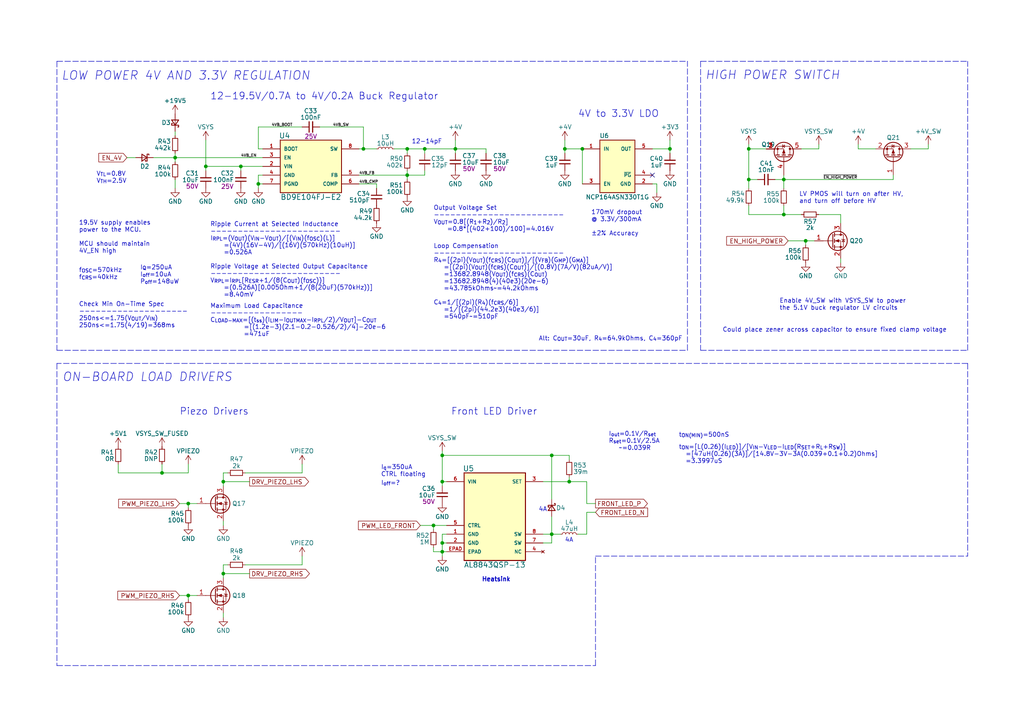
<source format=kicad_sch>
(kicad_sch (version 20211123) (generator eeschema)
  (paper "A4")
  (title_block (title "Project Falcon") (date "2022-01-26") (rev "1A") (company "University of Waterloo") (comment 1 "Mechatronics Engineering") (comment 2 "Final Year Design Project (Capstone)") (comment 3 "Alex Petkovic"))
  (junction (at 105.41 43.18))
  (junction (at 74.93 53.34))
  (junction (at 128.27 157.48))
  (junction (at 217.17 52.07))
  (junction (at 165.1 139.7))
  (junction (at 59.69 48.26))
  (junction (at 128.27 132.08))
  (junction (at 118.11 50.8))
  (junction (at 54.61 172.72))
  (junction (at 46.99 137.16))
  (junction (at 132.08 43.18))
  (junction (at 128.27 139.7))
  (junction (at 227.33 52.07))
  (junction (at 50.8 45.72))
  (junction (at 69.85 48.26))
  (junction (at 125.73 152.4))
  (junction (at 54.61 146.05))
  (junction (at 64.77 166.37))
  (junction (at 118.11 43.18))
  (junction (at 163.83 43.18))
  (junction (at 160.02 132.08))
  (junction (at 123.19 43.18))
  (junction (at 233.68 69.85))
  (junction (at 64.77 139.7))
  (junction (at 194.31 43.18))
  (junction (at 128.27 160.02))
  (junction (at 160.02 154.94))
  (junction (at 227.33 62.23))
  (junction (at 168.91 43.18))
  (junction (at 217.17 43.18))
  (no_connect (at 189.23 50.8))
  (wire (pts (xy 128.27 139.7) (xy 129.54 139.7)))
  (wire (pts (xy 157.48 157.48) (xy 160.02 157.48)))
  (wire (pts (xy 59.69 49.53) (xy 59.69 48.26)))
  (wire (pts (xy 69.85 49.53) (xy 69.85 48.26)))
  (wire (pts (xy 233.68 69.85) (xy 236.22 69.85)))
  (wire (pts (xy 132.08 40.64) (xy 132.08 43.18)))
  (wire (pts (xy 64.77 167.64) (xy 64.77 166.37)))
  (wire (pts (xy 163.83 44.45) (xy 163.83 43.18)))
  (wire (pts (xy 125.73 153.67) (xy 125.73 152.4)))
  (wire (pts (xy 189.23 43.18) (xy 194.31 43.18)))
  (wire (pts (xy 64.77 166.37) (xy 72.39 166.37)))
  (wire (pts (xy 123.19 43.18) (xy 123.19 44.45)))
  (wire (pts (xy 227.33 59.69) (xy 227.33 62.23)))
  (wire (pts (xy 194.31 44.45) (xy 194.31 43.18)))
  (wire (pts (xy 128.27 154.94) (xy 128.27 157.48)))
  (wire (pts (xy 118.11 43.18) (xy 123.19 43.18)))
  (wire (pts (xy 217.17 59.69) (xy 217.17 62.23)))
  (wire (pts (xy 54.61 146.05) (xy 57.15 146.05)))
  (wire (pts (xy 128.27 132.08) (xy 160.02 132.08)))
  (polyline (pts (xy 203.2 101.6) (xy 280.67 101.6)))
  (wire (pts (xy 118.11 50.8) (xy 118.11 52.07)))
  (wire (pts (xy 64.77 179.07) (xy 64.77 177.8)))
  (wire (pts (xy 74.93 53.34) (xy 76.2 53.34)))
  (polyline (pts (xy 203.2 17.78) (xy 280.67 17.78)))
  (wire (pts (xy 118.11 43.18) (xy 114.3 43.18)))
  (wire (pts (xy 243.84 62.23) (xy 243.84 64.77)))
  (wire (pts (xy 128.27 154.94) (xy 129.54 154.94)))
  (wire (pts (xy 128.27 130.81) (xy 128.27 132.08)))
  (wire (pts (xy 217.17 62.23) (xy 227.33 62.23)))
  (wire (pts (xy 165.1 132.08) (xy 160.02 132.08)))
  (wire (pts (xy 118.11 44.45) (xy 118.11 43.18)))
  (wire (pts (xy 160.02 157.48) (xy 160.02 154.94)))
  (wire (pts (xy 140.97 43.18) (xy 140.97 44.45)))
  (wire (pts (xy 132.08 43.18) (xy 140.97 43.18)))
  (wire (pts (xy 163.83 43.18) (xy 168.91 43.18)))
  (wire (pts (xy 248.92 43.18) (xy 254 43.18)))
  (wire (pts (xy 121.92 152.4) (xy 125.73 152.4)))
  (wire (pts (xy 54.61 172.72) (xy 57.15 172.72)))
  (wire (pts (xy 217.17 43.18) (xy 222.25 43.18)))
  (polyline (pts (xy 16.51 105.41) (xy 16.51 193.04)))
  (wire (pts (xy 248.92 41.91) (xy 248.92 43.18)))
  (wire (pts (xy 128.27 160.02) (xy 129.54 160.02)))
  (wire (pts (xy 50.8 44.45) (xy 50.8 45.72)))
  (wire (pts (xy 160.02 149.86) (xy 160.02 154.94)))
  (wire (pts (xy 128.27 157.48) (xy 128.27 160.02)))
  (wire (pts (xy 50.8 52.07) (xy 50.8 54.61)))
  (wire (pts (xy 64.77 140.97) (xy 64.77 139.7)))
  (wire (pts (xy 59.69 40.64) (xy 59.69 48.26)))
  (wire (pts (xy 64.77 137.16) (xy 64.77 139.7)))
  (wire (pts (xy 104.14 50.8) (xy 118.11 50.8)))
  (wire (pts (xy 74.93 50.8) (xy 76.2 50.8)))
  (wire (pts (xy 125.73 160.02) (xy 128.27 160.02)))
  (wire (pts (xy 217.17 43.18) (xy 217.17 52.07)))
  (wire (pts (xy 36.83 45.72) (xy 39.37 45.72)))
  (wire (pts (xy 71.12 137.16) (xy 87.63 137.16)))
  (wire (pts (xy 52.07 172.72) (xy 54.61 172.72)))
  (wire (pts (xy 128.27 139.7) (xy 128.27 140.97)))
  (wire (pts (xy 64.77 139.7) (xy 72.39 139.7)))
  (wire (pts (xy 194.31 43.18) (xy 194.31 40.64)))
  (wire (pts (xy 52.07 146.05) (xy 54.61 146.05)))
  (wire (pts (xy 46.99 134.62) (xy 46.99 137.16)))
  (wire (pts (xy 50.8 45.72) (xy 50.8 46.99)))
  (wire (pts (xy 74.93 53.34) (xy 74.93 50.8)))
  (wire (pts (xy 64.77 163.83) (xy 64.77 166.37)))
  (polyline (pts (xy 16.51 17.78) (xy 16.51 101.6)))
  (wire (pts (xy 132.08 44.45) (xy 132.08 43.18)))
  (wire (pts (xy 233.68 69.85) (xy 233.68 71.12)))
  (polyline (pts (xy 280.67 101.6) (xy 280.67 17.78)))
  (wire (pts (xy 64.77 137.16) (xy 66.04 137.16)))
  (wire (pts (xy 69.85 48.26) (xy 76.2 48.26)))
  (wire (pts (xy 160.02 154.94) (xy 162.56 154.94)))
  (wire (pts (xy 128.27 160.02) (xy 128.27 161.29)))
  (wire (pts (xy 243.84 74.93) (xy 243.84 76.2)))
  (wire (pts (xy 217.17 41.91) (xy 217.17 43.18)))
  (wire (pts (xy 50.8 45.72) (xy 76.2 45.72)))
  (wire (pts (xy 125.73 158.75) (xy 125.73 160.02)))
  (wire (pts (xy 232.41 43.18) (xy 237.49 43.18)))
  (wire (pts (xy 227.33 50.8) (xy 227.33 52.07)))
  (wire (pts (xy 125.73 152.4) (xy 129.54 152.4)))
  (wire (pts (xy 74.93 43.18) (xy 76.2 43.18)))
  (wire (pts (xy 54.61 134.62) (xy 54.61 137.16)))
  (polyline (pts (xy 280.67 105.41) (xy 280.67 161.29)))
  (wire (pts (xy 269.24 41.91) (xy 269.24 43.18)))
  (wire (pts (xy 71.12 163.83) (xy 87.63 163.83)))
  (wire (pts (xy 190.5 53.34) (xy 190.5 55.88)))
  (wire (pts (xy 64.77 152.4) (xy 64.77 151.13)))
  (wire (pts (xy 163.83 40.64) (xy 163.83 43.18)))
  (wire (pts (xy 74.93 54.61) (xy 74.93 53.34)))
  (wire (pts (xy 170.18 148.59) (xy 172.72 148.59)))
  (wire (pts (xy 128.27 132.08) (xy 128.27 139.7)))
  (wire (pts (xy 44.45 45.72) (xy 50.8 45.72)))
  (wire (pts (xy 54.61 172.72) (xy 54.61 173.99)))
  (polyline (pts (xy 280.67 105.41) (xy 16.51 105.41)))
  (wire (pts (xy 160.02 132.08) (xy 160.02 144.78)))
  (wire (pts (xy 34.29 134.62) (xy 34.29 137.16)))
  (wire (pts (xy 157.48 139.7) (xy 165.1 139.7)))
  (wire (pts (xy 64.77 163.83) (xy 66.04 163.83)))
  (wire (pts (xy 237.49 41.91) (xy 237.49 43.18)))
  (wire (pts (xy 87.63 134.62) (xy 87.63 137.16)))
  (wire (pts (xy 232.41 62.23) (xy 227.33 62.23)))
  (wire (pts (xy 259.08 50.8) (xy 259.08 52.07)))
  (wire (pts (xy 123.19 49.53) (xy 123.19 50.8)))
  (wire (pts (xy 170.18 146.05) (xy 172.72 146.05)))
  (wire (pts (xy 228.6 69.85) (xy 233.68 69.85)))
  (wire (pts (xy 105.41 36.83) (xy 105.41 43.18)))
  (polyline (pts (xy 16.51 101.6) (xy 199.39 101.6)))
  (wire (pts (xy 92.71 36.83) (xy 105.41 36.83)))
  (wire (pts (xy 109.22 54.61) (xy 109.22 53.34)))
  (wire (pts (xy 264.16 43.18) (xy 269.24 43.18)))
  (wire (pts (xy 59.69 48.26) (xy 69.85 48.26)))
  (wire (pts (xy 189.23 53.34) (xy 190.5 53.34)))
  (wire (pts (xy 165.1 139.7) (xy 165.1 138.43)))
  (wire (pts (xy 167.64 154.94) (xy 170.18 154.94)))
  (wire (pts (xy 128.27 157.48) (xy 129.54 157.48)))
  (wire (pts (xy 168.91 43.18) (xy 168.91 53.34)))
  (wire (pts (xy 109.22 53.34) (xy 104.14 53.34)))
  (wire (pts (xy 227.33 52.07) (xy 227.33 54.61)))
  (wire (pts (xy 165.1 139.7) (xy 170.18 139.7)))
  (wire (pts (xy 224.79 52.07) (xy 227.33 52.07)))
  (wire (pts (xy 87.63 161.29) (xy 87.63 163.83)))
  (wire (pts (xy 165.1 133.35) (xy 165.1 132.08)))
  (polyline (pts (xy 16.51 193.04) (xy 172.72 193.04)))
  (wire (pts (xy 227.33 52.07) (xy 259.08 52.07)))
  (wire (pts (xy 105.41 43.18) (xy 109.22 43.18)))
  (wire (pts (xy 157.48 154.94) (xy 160.02 154.94)))
  (wire (pts (xy 170.18 148.59) (xy 170.18 154.94)))
  (wire (pts (xy 105.41 43.18) (xy 104.14 43.18)))
  (wire (pts (xy 34.29 137.16) (xy 46.99 137.16)))
  (wire (pts (xy 170.18 139.7) (xy 170.18 146.05)))
  (wire (pts (xy 87.63 36.83) (xy 74.93 36.83)))
  (wire (pts (xy 46.99 137.16) (xy 54.61 137.16)))
  (polyline (pts (xy 172.72 161.29) (xy 280.67 161.29)))
  (wire (pts (xy 118.11 49.53) (xy 118.11 50.8)))
  (wire (pts (xy 54.61 146.05) (xy 54.61 147.32)))
  (wire (pts (xy 243.84 62.23) (xy 237.49 62.23)))
  (polyline (pts (xy 16.51 17.78) (xy 199.39 17.78)))
  (polyline (pts (xy 203.2 17.78) (xy 203.2 101.6)))
  (wire (pts (xy 123.19 50.8) (xy 118.11 50.8)))
  (wire (pts (xy 123.19 43.18) (xy 132.08 43.18)))
  (wire (pts (xy 50.8 38.1) (xy 50.8 39.37)))
  (wire (pts (xy 217.17 52.07) (xy 219.71 52.07)))
  (wire (pts (xy 74.93 36.83) (xy 74.93 43.18)))
  (wire (pts (xy 217.17 52.07) (xy 217.17 54.61)))
  (polyline (pts (xy 199.39 101.6) (xy 199.39 17.78)))
  (polyline (pts (xy 172.72 193.04) (xy 172.72 161.29)))
  (text "I_{Q}=250uA\nI_{off}=10uA\nP_{off}=148uW" (at 40.64 82.55 0) (effects (font (size 1.27 1.27)) (justify left bottom)))
  (text "Loop Compensation\n------------------------\nR_{4}=[(2pi)(V_{OUT})(f_{CRS})(C_{OUT})]/[(V_{FB})(G_{MP})(G_{MA})]\n   =[(2pi)(V_{OUT})(f_{CRS})(C_{OUT})]/[(0.8V)(7A/V)(82uA/V)]\n   =13682.8948(V_{OUT})(f_{CRS})(C_{OUT})\n   =13682.8948(4)(40e3)(20e-6)\n   =43.785kOhms~=44.2kOhms\n\nC_{4}=1/[(2pi)(R_{4})(f_{CRS}/6)]\n   =1/[(2pi)(44.2e3)(40e3/6)]\n   =540pF~=510pF" (at 125.73 92.71 0) (effects (font (size 1.27 1.27)) (justify left bottom)))
  (text "HIGH POWER SWITCH" (at 204.5288 23.3808 0) (effects (font (size 2.5 2.5) italic) (justify left bottom)))
  (text "Piezo Drivers" (at 52.07 120.65 0) (effects (font (size 2 2)) (justify left bottom)))
  (text "4V to 3.3V LDO" (at 167.64 34.29 0) (effects (font (size 2 2)) (justify left bottom)))
  (text "19.5V supply enables \npower to the MCU.\n\nMCU should maintain \n4V_EN high" (at 22.86 73.66 0) (effects (font (size 1.27 1.27)) (justify left bottom)))
  (text "f_{OSC}=570kHz\nf_{CRS}=40kHz" (at 22.86 81.28 0) (effects (font (size 1.27 1.27)) (justify left bottom)))
  (text "Maximum Load Capacitance\n-----------------\nC_{LOAD-MAX}=[(t_{ss})(I_{LIM}-I_{OUTMAX}-I_{RPL}/2)/V_{OUT}]-C_{OUT}\n          =[(1.2e-3)(2.1-0.2-0.526/2)/4]-20e-6\n          =471uF" (at 60.96 97.79 0) (effects (font (size 1.27 1.27)) (justify left bottom)))
  (text "Ripple Current at Selected Inductance\n------------------------\nI_{RPL}=(V_{OUT})(V_{IN}-V_{OUT})/[(V_{IN})(f_{OSC})(L)]\n    =(4V)(16V-4V)/[(16V)(570kHz)(10uH)]\n    =0.526A\n\nRipple Voltage at Selected Output Capacitance\n------------------------\nV_{RPL}=I_{RPL}[R_{ESR}+1/(8(C_{OUT})(f_{OSC}))]\n    =(0.526A)[0.005Ohm+1/(8(20uF)(570kHz))]\n    =8.40mV" (at 60.96 86.36 0) (effects (font (size 1.27 1.27)) (justify left bottom)))
  (text "Alt: C_{OUT}=30uF, R_{4}=64.9kOhms, C_{4}=360pF" (at 156.21 99.06 0) (effects (font (size 1.27 1.27)) (justify left bottom)))
  (text "4A" (at 163.83 157.48 0) (effects (font (size 1.27 1.27)) (justify left bottom)))
  (text "LV PMOS will turn on after HV,\nand turn off before HV" (at 231.7771 59.1962 0) (effects (font (size 1.27 1.27)) (justify left bottom)))
  (text "Front LED Driver" (at 130.81 120.65 0) (effects (font (size 2 2)) (justify left bottom)))
  (text "I_{out}=0.1V/R_{set}\nR_{set}=0.1V/2.5A\n   ~=0.039R" (at 176.53 130.81 0) (effects (font (size 1.27 1.27)) (justify left bottom)))
  (text "12-19.5V/0.7A to 4V/0.2A Buck Regulator" (at 60.96 29.21 0) (effects (font (size 2 2)) (justify left bottom)))
  (text "12-14pF" (at 119.38 41.91 0) (effects (font (size 1.27 1.27)) (justify left bottom)))
  (text "LOW POWER 4V AND 3.3V REGULATION" (at 17.7882 23.5492 0) (effects (font (size 2.5 2.5) italic) (justify left bottom)))
  (text "I_{q}=350uA\nCTRL floating" (at 110.49 138.43 0) (effects (font (size 1.27 1.27)) (justify left bottom)))
  (text "Output Voltage Set\n------------------------\nV_{OUT}=0.8[(R_{1}+R_{2})/R_{2}]\n    =0.8*[(402+100)/100]=4.016V" (at 125.73 67.31 0) (effects (font (size 1.27 1.27)) (justify left bottom)))
  (text "t_{ON(MIN)}=500nS" (at 196.85 127 0) (effects (font (size 1.27 1.27)) (justify left bottom)))
  (text "I_{off}=?" (at 110.49 140.97 0) (effects (font (size 1.27 1.27)) (justify left bottom)))
  (text "4A" (at 156.21 148.59 0) (effects (font (size 1.27 1.27)) (justify left bottom)))
  (text "Could place zener across capacitor to ensure fixed clamp voltage" (at 209.55 96.52 0) (effects (font (size 1.27 1.27)) (justify left bottom)))
  (text "Enable 4V_SW with VSYS_SW to power \nthe 5.1V buck regulator LV circuits" (at 226.06 90.17 0) (effects (font (size 1.27 1.27)) (justify left bottom)))
  (text "170mV dropout\n@ 3.3V/300mA\n\n±2% Accuracy\n" (at 171.45 68.58 0) (effects (font (size 1.27 1.27)) (justify left bottom)))
  (text "Check Min On-Time Spec\n--------------------\n250ns<=1.75(V_{OUT}/V_{IN})\n250ns<=1.75(4/19)=368ms" (at 22.86 95.25 0) (effects (font (size 1.27 1.27)) (justify left bottom)))
  (text "ON-BOARD LOAD DRIVERS" (at 18.0599 110.9592 0) (effects (font (size 2.5 2.5) italic) (justify left bottom)))
  (text "Heatsink" (at 139.7 168.91 0) (effects (font (size 1.27 1.27) (thickness 0.254) bold) (justify left bottom)))
  (text "t_{ON}=[L(0.26)(I_{LED})]/[V_{IN}-V_{LED}-I_{LED}(R_{SET}+R_{L}+R_{SW})]\n  =[47uH(0.26)(3A)]/[14.8V-3V-3A(0.039+0.1+0.2)Ohms]\n  =3.3997uS" (at 196.85 134.62 0) (effects (font (size 1.27 1.27)) (justify left bottom)))
  (text "V_{TL}=0.8V\nV_{TH}=2.5V" (at 27.94 53.34 0) (effects (font (size 1.27 1.27)) (justify left bottom)))
  (label "4VB_BOOT" (at 78.74 36.83 0) (effects (font (size 0.8 0.8))))
  (label "4VB_EN" (at 69.85 45.72 0) (effects (font (size 0.8 0.8))))
  (label "4VB_CMP" (at 104.14 53.34 0) (effects (font (size 0.8 0.8))))
  (label "4VB_FB" (at 104.14 50.8 0) (effects (font (size 0.8 0.8))))
  (label "4VB_SW" (at 96.52 36.83 0) (effects (font (size 0.8 0.8))))
  (label "~{EN_HIGH_POWER}" (at 238.76 52.07 0) (effects (font (size 0.8 0.8))))
  (global_label "FRONT_LED_P" (shape output) (at 172.72 146.05 0) (property "Intersheet References" "${INTERSHEET_REFS}" (effects hide)))
  (global_label "PWM_LED_FRONT" (shape input) (at 121.92 152.4 180) (property "Intersheet References" "${INTERSHEET_REFS}" (effects hide)))
  (global_label "PWM_PIEZO_LHS" (shape input) (at 52.07 146.05 180) (property "Intersheet References" "${INTERSHEET_REFS}" (effects hide)))
  (global_label "FRONT_LED_N" (shape input) (at 172.72 148.59 0) (property "Intersheet References" "${INTERSHEET_REFS}" (effects hide)))
  (global_label "EN_4V" (shape input) (at 36.83 45.72 180) (property "Intersheet References" "${INTERSHEET_REFS}" (effects hide)))
  (global_label "DRV_PIEZO_LHS" (shape output) (at 72.39 139.7 0) (property "Intersheet References" "${INTERSHEET_REFS}" (effects hide)))
  (global_label "EN_HIGH_POWER" (shape input) (at 228.6 69.85 180) (property "Intersheet References" "${INTERSHEET_REFS}" (effects hide)))
  (global_label "DRV_PIEZO_RHS" (shape output) (at 72.39 166.37 0) (property "Intersheet References" "${INTERSHEET_REFS}" (effects hide)))
  (global_label "PWM_PIEZO_RHS" (shape input) (at 52.07 172.72 180) (property "Intersheet References" "${INTERSHEET_REFS}" (effects hide)))
  (symbol (lib_id "JetkovKiCADLib:Q_PMOS_LFPAK") (at 227.33 45.72 270) (mirror x) (unit 1)
    (property "Reference" "Q19" (at 224.79 41.91 90) (effects (justify right)))
    (property "Value" "Q_PMOS_LFPAK" (effects hide))
    (property "Footprint" "JetkovKiCADLib:LFPACK56-S08_SOT669_NXP" (effects hide))
    (property "Datasheet" "https://assets.nexperia.com/documents/data-sheet/BUK6Y19-30P.pdf" (effects hide))
    (property "Description" "MOSFET P-CH 30V 45A LFPAK56" (effects hide))
    (property "Manufacturer" "Nexperia USA Inc." (effects hide))
    (property "Part Number" "BUK6Y19-30PX" (effects hide))
    (property "Power" "66W" (effects hide))
    (property "Temp Range" "-20°C +175°C" (effects hide))
    (property "Voltage" "20Vgs/30Vds/3Vth" (effects hide))
    (property "Alternate" "DMG4407SSS-13" (effects hide))
  )
  (symbol (lib_id "power:GND") (at 128.27 146.05 0) (unit 1)
    (property "Reference" "#PWR097" (effects hide))
    (property "Value" "GND" (at 128.27 149.86 0))
  )
  (symbol (lib_id "JetkovKiCADLib:VSYS_SW") (at 237.49 41.91 0) (unit 1)
    (property "Reference" "#PWR0109" (effects hide))
    (property "Value" "VSYS_SW" (at 237.49 38.1 0))
  )
  (symbol (lib_id "power:GND") (at 132.08 49.53 0) (unit 1)
    (property "Reference" "#PWR0100" (effects hide))
    (property "Value" "GND" (at 132.08 53.34 0))
  )
  (symbol (lib_id "JetkovKiCADLib:VSYS") (at 217.17 41.91 0) (unit 1)
    (property "Reference" "#PWR0107" (effects hide))
    (property "Value" "VSYS" (at 217.17 38.1 0))
  )
  (symbol (lib_id "Device:R_Small") (at 34.29 132.08 0) (mirror x) (unit 1)
    (property "Reference" "R41" (at 33.0897 131.1791 0) (effects (justify right)))
    (property "Value" "0R" (at 33.1463 133.0669 0) (effects (justify right)))
    (property "Footprint" "Resistor_SMD:R_0402_1005Metric" (effects hide))
    (property "Datasheet" "https://www.seielect.com/catalog/sei-rmcf_rmcp.pdf" (effects hide))
    (property "Description" "RES 0 OHM JUMPER 1/16W 0402" (effects hide))
    (property "Manufacturer" "Stackpole Electronics Inc" (effects hide))
    (property "Part Number" "RMCF0402ZT0R00" (effects hide))
    (property "Power" "0.063W" (effects hide))
    (property "Temp Range" "-55°C +155°C" (effects hide))
    (property "Tolerance" "Jumper" (effects hide))
  )
  (symbol (lib_id "power:GND") (at 109.22 64.77 0) (mirror y) (unit 1)
    (property "Reference" "#PWR094" (effects hide))
    (property "Value" "GND" (at 109.22 68.58 0))
  )
  (symbol (lib_id "Device:R_Small") (at 54.61 149.86 0) (mirror x) (unit 1)
    (property "Reference" "R45" (at 53.4097 148.9591 0) (effects (justify right)))
    (property "Value" "100k" (at 53.4663 150.8469 0) (effects (justify right)))
    (property "Footprint" "Resistor_SMD:R_0402_1005Metric" (effects hide))
    (property "Datasheet" "https://www.yageo.com/upload/media/product/productsearch/datasheet/rchip/PYu-RC_Group_51_RoHS_L_11.pdf" (effects hide))
    (property "Description" "RES 100K OHM 1% 1/16W 0402" (effects hide))
    (property "Manufacturer" "YAGEO" (effects hide))
    (property "Part Number" "RC0402FR-13100KL" (effects hide))
    (property "Power" "0.063W" (effects hide))
    (property "Temp Range" "-55°C +155°C" (effects hide))
    (property "Tolerance" "1%" (effects hide))
  )
  (symbol (lib_id "Device:C_Small") (at 194.31 46.99 0) (mirror x) (unit 1)
    (property "Reference" "C40" (at 192.3234 46.0064 0) (effects (justify right)))
    (property "Value" "1uF" (at 192.3242 47.9088 0) (effects (justify right)))
    (property "Footprint" "Capacitor_SMD:C_0603_1608Metric" (effects hide))
    (property "Datasheet" "https://product.tdk.com/system/files/dam/doc/product/capacitor/ceramic/mlcc/catalog/mlcc_automotive_general_en.pdf" (effects hide))
    (property "Description" "CAP CER 1UF 25V X7R 0603" (effects hide))
    (property "Manufacturer" "TDK Corporation" (effects hide))
    (property "Part Number" "CGA3E1X7R1E105K080AC" (effects hide))
    (property "Temp Range" "-55°C +125°C" (effects hide))
    (property "Tolerance" "10%" (effects hide))
    (property "Voltage" "25V" (effects hide))
  )
  (symbol (lib_id "Device:R_Small") (at 233.68 73.66 0) (mirror x) (unit 1)
    (property "Reference" "R56" (at 232.4797 72.7591 0) (effects (justify right)))
    (property "Value" "100k" (at 232.5363 74.6469 0) (effects (justify right)))
    (property "Footprint" "Resistor_SMD:R_0402_1005Metric" (effects hide))
    (property "Datasheet" "https://www.yageo.com/upload/media/product/productsearch/datasheet/rchip/PYu-RC_Group_51_RoHS_L_11.pdf" (effects hide))
    (property "Description" "RES 100K OHM 1% 1/16W 0402" (effects hide))
    (property "Manufacturer" "YAGEO" (effects hide))
    (property "Part Number" "RC0402FR-13100KL" (effects hide))
    (property "Power" "0.063W" (effects hide))
    (property "Temp Range" "-55°C +155°C" (effects hide))
    (property "Tolerance" "1%" (effects hide))
  )
  (symbol (lib_id "power:GND") (at 243.84 76.2 0) (unit 1)
    (property "Reference" "#PWR0110" (effects hide))
    (property "Value" "GND" (at 243.84 80.01 0))
  )
  (symbol (lib_id "JetkovKiCADLib:+5V1") (at 34.29 129.54 0) (unit 1)
    (property "Reference" "#PWR083" (effects hide))
    (property "Value" "+5V1" (at 34.29 125.73 0))
  )
  (symbol (lib_id "JetkovKiCADLib:NCP164ASN330T1G") (at 179.07 48.26 0) (unit 1)
    (property "Reference" "U6" (at 175.26 39.37 0))
    (property "Value" "NCP164ASN330T1G" (at 179.07 57.15 0))
    (property "Footprint" "JetkovKiCADLib:SOT-23-5_TSOP−5_ON" (effects hide))
    (property "Datasheet" "https://www.onsemi.com/pdf/datasheet/ncp164-d.pdf" (effects hide))
    (property "Part Number" "NCP164ASN330T1G" (effects hide))
    (property "Manufacturer" "onsemi" (effects hide))
    (property "Description" "LDO 300 MA AD 3.3V ULTRA-LOW NOI" (effects hide))
    (property "Temp Range" "+150°C" (effects hide))
  )
  (symbol (lib_id "Device:Q_NMOS_GSD") (at 241.3 69.85 0) (unit 1)
    (property "Reference" "Q20" (at 246.38 69.85 0) (effects (justify left)))
    (property "Value" "Q_NMOS_GSD" (effects hide))
    (property "Footprint" "JetkovKiCADLib:SOT-323_SC-70" (effects hide))
    (property "Datasheet" "https://www.diodes.com/assets/Datasheets/DMN61D9UWQ.pdf" (effects hide))
    (property "Description" "MOSFET N-CH 60V 400MA SOT323" (effects hide))
    (property "Manufacturer" "Diodes Incorporated" (effects hide))
    (property "Part Number" "DMN61D9UWQ-13" (effects hide))
    (property "Power" "0.44W" (effects hide))
    (property "Temp Range" "-50°C +150°C" (effects hide))
    (property "Voltage" "20Vgs/60Vds/1Vth" (effects hide))
  )
  (symbol (lib_id "power:GND") (at 69.85 54.61 0) (unit 1)
    (property "Reference" "#PWR092" (effects hide))
    (property "Value" "GND" (at 69.85 58.42 0))
  )
  (symbol (lib_id "Device:C_Small") (at 222.25 52.07 90) (unit 1)
    (property "Reference" "C41" (at 222.2791 47.3999 90))
    (property "Value" "10nF" (at 222.25 49.2512 90))
    (property "Footprint" "Capacitor_SMD:C_0402_1005Metric" (effects hide))
    (property "Datasheet" "https://www.we-online.com/katalog/datasheet/885012205067.pdf" (effects hide))
    (property "Description" "CAP CER 10000PF 50V X7R 0402" (effects hide))
    (property "Manufacturer" "Würth Elektronik" (effects hide))
    (property "Part Number" "885012205067" (effects hide))
    (property "Temp Range" "-55°C +125°C" (effects hide))
    (property "Tolerance" "10%" (effects hide))
    (property "Voltage" "50V" (effects hide))
  )
  (symbol (lib_id "JetkovKiCADLib:BD9E104FJ-E2") (at 90.17 48.26 0) (unit 1)
    (property "Reference" "U4" (at 82.55 39.37 0) (effects (font (size 1.524 1.524))))
    (property "Value" "BD9E104FJ-E2" (at 90.17 57.15 0) (effects (font (size 1.524 1.524))))
    (property "Footprint" "JetkovKiCADLib:8-SOIC_8-SOP-J_ROHM" (effects hide))
    (property "Datasheet" "https://fscdn.rohm.com/en/products/databook/datasheet/ic/power/switching_regulator/bd9e104fj-e.pdf" (effects hide))
    (property "Part Number" "BD9E104FJ-E2" (effects hide))
    (property "Manufacturer" "Rohm Semiconductor" (effects hide))
    (property "Description" "IC REG BUCK ADJUSTABLE 1A 8SOPJ" (effects hide))
    (property "Temp Range" "-40°C +85°C" (effects hide))
  )
  (symbol (lib_id "power:GND") (at 54.61 179.07 0) (unit 1)
    (property "Reference" "#PWR087" (effects hide))
    (property "Value" "GND" (at 54.61 182.88 0))
  )
  (symbol (lib_id "power:+4V") (at 248.92 41.91 0) (unit 1)
    (property "Reference" "#PWR0111" (effects hide))
    (property "Value" "+4V" (at 248.92 38.1 0))
  )
  (symbol (lib_id "power:+4V") (at 163.83 40.64 0) (unit 1)
    (property "Reference" "#PWR0102" (effects hide))
    (property "Value" "+4V" (at 163.83 36.83 0))
  )
  (symbol (lib_id "JetkovKiCADLib:AL8843QSP-13") (at 143.51 148.59 0) (unit 1)
    (property "Reference" "U5" (at 135.89 135.89 0) (effects (font (size 1.524 1.524))))
    (property "Value" "AL8843QSP-13" (at 143.51 163.83 0) (effects (font (size 1.524 1.524))))
    (property "Footprint" "JetkovKiCADLib:8-SOIC_SO-8EP_DIO" (effects hide))
    (property "Datasheet" "https://www.diodes.com/assets/Datasheets/AL8843Q.pdf" (effects hide))
    (property "Part Number" "AL8843QSP-13" (effects hide))
    (property "Manufacturer" "Diodes Incorporated" (effects hide))
    (property "Description" "IC LED MV INT SWITCH SO-8EP" (effects hide))
    (property "Temp Range" "-40°C +125°C" (effects hide))
  )
  (symbol (lib_id "Device:D_Schottky_Small") (at 50.8 35.56 270) (mirror x) (unit 1)
    (property "Reference" "D3" (at 49.53 35.56 90) (effects (justify right)))
    (property "Value" "500mA" (effects hide))
    (property "Footprint" "JetkovKiCADLib:SC-76-SOD-323_USC_TSB" (effects hide))
    (property "Datasheet" "https://toshiba.semicon-storage.com/info/docget.jsp?did=10394&prodName=CUS551V30" (effects hide))
    (property "Description" "DIODE SCHOTTKY 30V 500MA USC" (effects hide))
    (property "Manufacturer" "Toshiba Semiconductor and Storage" (effects hide))
    (property "Part Number" "CUS551V30,H3F" (effects hide))
    (property "Temp Range" "-55°C +125°C" (effects hide))
    (property "Voltage" "30V" (effects hide))
  )
  (symbol (lib_id "power:GND") (at 64.77 179.07 0) (unit 1)
    (property "Reference" "#PWR091" (effects hide))
    (property "Value" "GND" (at 64.77 182.88 0))
  )
  (symbol (lib_id "Device:R_Small") (at 165.1 135.89 0) (mirror x) (unit 1)
    (property "Reference" "R53" (at 166.1999 134.9602 0) (effects (justify left)))
    (property "Value" "39m" (at 166.2694 136.8128 0) (effects (justify left)))
    (property "Footprint" "Resistor_SMD:R_1206_3216Metric" (effects hide))
    (property "Datasheet" "https://www.susumu.co.jp/common/pdf/n_catalog_partition09_en.pdf" (effects hide))
    (property "Description" "RES 0.039 OHM 1% 3/4W 1206" (effects hide))
    (property "Manufacturer" "Susumu" (effects hide))
    (property "Part Number" "KRL1632E-M-R039-F-T5" (effects hide))
    (property "Power" "0.75W" (effects hide))
    (property "Temp Range" "-55°C +155°C" (effects hide))
    (property "Tolerance" "1%" (effects hide))
  )
  (symbol (lib_id "Device:R_Small") (at 109.22 62.23 0) (unit 1)
    (property "Reference" "R49" (at 108.0597 61.2224 0) (effects (justify right)))
    (property "Value" "44.2k" (at 108.0196 63.1576 0) (effects (justify right)))
    (property "Footprint" "Resistor_SMD:R_0402_1005Metric" (effects hide))
    (property "Datasheet" "https://www.seielect.com/catalog/sei-rmcf_rmcp.pdf" (effects hide))
    (property "Description" "RES 44.2K OHM 1% 1/16W 0402" (effects hide))
    (property "Manufacturer" "Stackpole Electronics Inc" (effects hide))
    (property "Part Number" "RMCF0402FT44K2" (effects hide))
    (property "Power" "0.063W" (effects hide))
    (property "Temp Range" "-55°C +155°C" (effects hide))
    (property "Tolerance" "1%" (effects hide))
  )
  (symbol (lib_id "JetkovKiCADLib:VPIEZO") (at 54.61 134.62 0) (unit 1)
    (property "Reference" "#PWR0144" (effects hide))
    (property "Value" "VPIEZO" (at 54.61 130.81 0))
  )
  (symbol (lib_id "Device:C_Small") (at 109.22 57.15 0) (mirror y) (unit 1)
    (property "Reference" "C34" (at 107.4001 56.191 0) (effects (justify left)))
    (property "Value" "510pF" (at 107.3225 58.031 0) (effects (justify left)))
    (property "Footprint" "Capacitor_SMD:C_0402_1005Metric" (effects hide))
    (property "Datasheet" "https://www.murata.com/-/media/webrenewal/support/library/catalog/products/capacitor/ceramiccapacitor/c02e.ashx?la=en-us&cvid=20210120024548000000" (effects hide))
    (property "Description" "CAP CER 510PF 50V C0G/NP0 0402" (effects hide))
    (property "Manufacturer" "Murata Electronics" (effects hide))
    (property "Part Number" "GRM1555C1H511JA01D" (effects hide))
    (property "Temp Range" "-55°C +125°C" (effects hide))
    (property "Tolerance" "5%" (effects hide))
    (property "Voltage" "50V" (effects hide))
  )
  (symbol (lib_id "power:GND") (at 194.31 49.53 0) (unit 1)
    (property "Reference" "#PWR0106" (effects hide))
    (property "Value" "GND" (at 194.31 53.34 0))
  )
  (symbol (lib_id "Device:C_Small") (at 69.85 52.07 0) (mirror x) (unit 1)
    (property "Reference" "C32" (at 67.8853 50.2554 0) (effects (justify right)))
    (property "Value" "100nF" (at 67.8861 52.1578 0) (effects (justify right)))
    (property "Footprint" "Capacitor_SMD:C_0402_1005Metric" (effects hide))
    (property "Datasheet" "https://search.murata.co.jp/Ceramy/image/img/A01X/G101/ENG/GRM155R71E104KE14-01.pdf" (effects hide))
    (property "Description" "CAP CER 0.1UF 25V X7R 0402" (effects hide))
    (property "Manufacturer" "Murata Electronics" (effects hide))
    (property "Part Number" "GRM155R71E104KE14D" (effects hide))
    (property "Temp Range" "-55°C +125°C" (effects hide))
    (property "Tolerance" "10%" (effects hide))
    (property "Voltage" "25V" (at 65.9402 54.0912 0))
  )
  (symbol (lib_id "JetkovKiCADLib:+19V5") (at 50.8 33.02 0) (unit 1)
    (property "Reference" "#PWR084" (effects hide))
    (property "Value" "+19V5" (at 50.8 29.21 0))
  )
  (symbol (lib_id "Device:C_Small") (at 123.19 46.99 0) (unit 1)
    (property "Reference" "C35" (at 124.9903 46.0181 0) (effects (justify left)))
    (property "Value" "12pF" (at 125.0875 47.871 0) (effects (justify left)))
    (property "Footprint" "Capacitor_SMD:C_0402_1005Metric" (effects hide))
    (property "Datasheet" "https://www.murata.com/-/media/webrenewal/support/library/catalog/products/capacitor/ceramiccapacitor/c03e.ashx?la=en-us&cvid=20200707014404000000" (effects hide))
    (property "Description" "CAP CER 12PF 50V C0G/NP0 0402" (effects hide))
    (property "Manufacturer" "Murata Electronics" (effects hide))
    (property "Part Number" "GCM1555C1H120JA16D" (effects hide))
    (property "Temp Range" "-55°C +125°C" (effects hide))
    (property "Tolerance" "5%" (effects hide))
    (property "Voltage" "50V" (effects hide))
  )
  (symbol (lib_id "power:GND") (at 74.93 54.61 0) (unit 1)
    (property "Reference" "#PWR093" (effects hide))
    (property "Value" "GND" (at 74.93 58.42 0))
  )
  (symbol (lib_id "Device:C_Small") (at 90.17 36.83 90) (unit 1)
    (property "Reference" "C33" (at 90.0862 32.1673 90))
    (property "Value" "100nF" (at 90.1371 34.0566 90))
    (property "Footprint" "Capacitor_SMD:C_0402_1005Metric" (effects hide))
    (property "Datasheet" "https://search.murata.co.jp/Ceramy/image/img/A01X/G101/ENG/GRM155R71E104KE14-01.pdf" (effects hide))
    (property "Description" "CAP CER 0.1UF 25V X7R 0402" (effects hide))
    (property "Manufacturer" "Murata Electronics" (effects hide))
    (property "Part Number" "GRM155R71E104KE14D" (effects hide))
    (property "Temp Range" "-55°C +125°C" (effects hide))
    (property "Tolerance" "10%" (effects hide))
    (property "Voltage" "25V" (at 90.1516 39.579 90))
  )
  (symbol (lib_id "power:GND") (at 54.61 152.4 0) (unit 1)
    (property "Reference" "#PWR086" (effects hide))
    (property "Value" "GND" (at 54.61 156.21 0))
  )
  (symbol (lib_id "JetkovKiCADLib:VSYS_SW_FUSED") (at 46.99 129.54 0) (unit 1)
    (property "Reference" "#PWR0143" (effects hide))
    (property "Value" "VSYS_SW_FUSED" (at 46.99 125.73 0))
  )
  (symbol (lib_id "Device:Q_PMOS_GSD") (at 259.08 45.72 270) (mirror x) (unit 1)
    (property "Reference" "Q21" (at 259.1237 39.9166 90))
    (property "Value" "Q_PMOS_GSD" (effects hide))
    (property "Footprint" "JetkovKiCADLib:SC-96_TSMT3_ROM" (effects hide))
    (property "Datasheet" "https://fscdn.rohm.com/en/products/databook/datasheet/discrete/transistor/mosfet/rq5e025at.pdf" (effects hide))
    (property "Description" "MOSFET P-CHANNEL 30V 2.5A TSMT3" (effects hide))
    (property "Manufacturer" "Rohm Semiconductor" (effects hide))
    (property "Part Number" "RQ5E025ATTCL" (effects hide))
    (property "Power" "1W" (effects hide))
    (property "Temp Range" "+150°C" (effects hide))
    (property "Voltage" "20Vgs/30Vds/2.5Vth" (effects hide))
  )
  (symbol (lib_id "Device:Q_NMOS_GSD") (at 62.23 172.72 0) (unit 1)
    (property "Reference" "Q18" (at 67.31 172.72 0) (effects (justify left)))
    (property "Value" "Q_NMOS_GSD" (effects hide))
    (property "Footprint" "JetkovKiCADLib:SOT-323_SC-70" (effects hide))
    (property "Datasheet" "https://www.diodes.com/assets/Datasheets/DMN61D9UWQ.pdf" (effects hide))
    (property "Description" "MOSFET N-CH 60V 400MA SOT323" (effects hide))
    (property "Manufacturer" "Diodes Incorporated" (effects hide))
    (property "Part Number" "DMN61D9UWQ-13" (effects hide))
    (property "Power" "0.44W" (effects hide))
    (property "Temp Range" "-50°C +150°C" (effects hide))
    (property "Voltage" "20Vgs/60Vds/1Vth" (effects hide))
  )
  (symbol (lib_id "power:+4V") (at 132.08 40.64 0) (unit 1)
    (property "Reference" "#PWR099" (effects hide))
    (property "Value" "+4V" (at 132.08 36.83 0))
  )
  (symbol (lib_id "Device:Q_NMOS_GSD") (at 62.23 146.05 0) (unit 1)
    (property "Reference" "Q17" (at 67.31 146.05 0) (effects (justify left)))
    (property "Value" "Q_NMOS_GSD" (effects hide))
    (property "Footprint" "JetkovKiCADLib:SOT-323_SC-70" (effects hide))
    (property "Datasheet" "https://www.diodes.com/assets/Datasheets/DMN61D9UWQ.pdf" (effects hide))
    (property "Description" "MOSFET N-CH 60V 400MA SOT323" (effects hide))
    (property "Manufacturer" "Diodes Incorporated" (effects hide))
    (property "Part Number" "DMN61D9UWQ-13" (effects hide))
    (property "Power" "0.44W" (effects hide))
    (property "Temp Range" "-50°C +150°C" (effects hide))
    (property "Voltage" "20Vgs/60Vds/1Vth" (effects hide))
  )
  (symbol (lib_id "Device:R_Small") (at 234.95 62.23 90) (mirror x) (unit 1)
    (property "Reference" "R57" (at 234.9595 64.246 90))
    (property "Value" "2k" (at 234.95 66.04 90))
    (property "Footprint" "Resistor_SMD:R_0402_1005Metric" (effects hide))
    (property "Datasheet" "https://www.seielect.com/catalog/sei-rmcf_rmcp.pdf" (effects hide))
    (property "Description" "RES 2K OHM 1% 1/16W 0402" (effects hide))
    (property "Manufacturer" "Stackpole Electronics Inc" (effects hide))
    (property "Part Number" "RMCF0402FT2K00" (effects hide))
    (property "Power" "0.063W" (effects hide))
    (property "Temp Range" "-55°C +155°C" (effects hide))
    (property "Tolerance" "1%" (effects hide))
  )
  (symbol (lib_id "power:GND") (at 140.97 49.53 0) (unit 1)
    (property "Reference" "#PWR0101" (effects hide))
    (property "Value" "GND" (at 140.97 53.34 0))
  )
  (symbol (lib_id "Device:R_Small") (at 227.33 57.15 0) (mirror x) (unit 1)
    (property "Reference" "R55" (at 226.1297 56.2491 0) (effects (justify right)))
    (property "Value" "100k" (at 226.1863 58.1369 0) (effects (justify right)))
    (property "Footprint" "Resistor_SMD:R_0402_1005Metric" (effects hide))
    (property "Datasheet" "https://www.yageo.com/upload/media/product/productsearch/datasheet/rchip/PYu-RC_Group_51_RoHS_L_11.pdf" (effects hide))
    (property "Description" "RES 100K OHM 1% 1/16W 0402" (effects hide))
    (property "Manufacturer" "YAGEO" (effects hide))
    (property "Part Number" "RC0402FR-13100KL" (effects hide))
    (property "Power" "0.063W" (effects hide))
    (property "Temp Range" "-55°C +155°C" (effects hide))
    (property "Tolerance" "1%" (effects hide))
  )
  (symbol (lib_id "power:GND") (at 233.68 76.2 0) (unit 1)
    (property "Reference" "#PWR0108" (effects hide))
    (property "Value" "GND" (at 233.68 80.01 0))
  )
  (symbol (lib_id "power:GND") (at 128.27 161.29 0) (unit 1)
    (property "Reference" "#PWR098" (effects hide))
    (property "Value" "GND" (at 128.27 165.1 0))
  )
  (symbol (lib_id "Device:R_Small") (at 68.58 163.83 90) (mirror x) (unit 1)
    (property "Reference" "R48" (at 68.5675 159.82 90))
    (property "Value" "2k" (at 68.574 161.808 90))
    (property "Footprint" "Resistor_SMD:R_0402_1005Metric" (effects hide))
    (property "Datasheet" "https://www.seielect.com/catalog/sei-rmcf_rmcp.pdf" (effects hide))
    (property "Description" "RES 2K OHM 1% 1/16W 0402" (effects hide))
    (property "Manufacturer" "Stackpole Electronics Inc" (effects hide))
    (property "Part Number" "RMCF0402FT2K00" (effects hide))
    (property "Power" "0.063W" (effects hide))
    (property "Temp Range" "-55°C +155°C" (effects hide))
    (property "Tolerance" "1%" (effects hide))
  )
  (symbol (lib_id "Device:C_Small") (at 59.69 52.07 0) (mirror x) (unit 1)
    (property "Reference" "C31" (at 57.6992 50.2723 0) (effects (justify right)))
    (property "Value" "10uF" (at 57.7 52.1747 0) (effects (justify right)))
    (property "Footprint" "Capacitor_SMD:C_1210_3225Metric" (effects hide))
    (property "Datasheet" "https://product.tdk.com/system/files/dam/doc/product/capacitor/ceramic/mlcc/catalog/mlcc_automotive_general_en.pdf" (effects hide))
    (property "Description" "CAP CER 10UF 50V X7S 1210" (effects hide))
    (property "Manufacturer" "TDK Corporation" (effects hide))
    (property "Part Number" "CGA6P3X7S1H106K250AB " (effects hide))
    (property "Temp Range" "-55°C +125°C" (effects hide))
    (property "Tolerance" "10%" (effects hide))
    (property "Voltage" "50V" (at 55.7516 54.0436 0))
  )
  (symbol (lib_id "power:GND") (at 118.11 57.15 0) (mirror y) (unit 1)
    (property "Reference" "#PWR095" (effects hide))
    (property "Value" "GND" (at 118.11 60.96 0))
  )
  (symbol (lib_id "Device:R_Small") (at 217.17 57.15 0) (unit 1)
    (property "Reference" "R54" (at 216.0097 56.1424 0) (effects (justify right)))
    (property "Value" "49.9k" (at 215.9696 58.0776 0) (effects (justify right)))
    (property "Footprint" "Resistor_SMD:R_0402_1005Metric" (effects hide))
    (property "Datasheet" "https://www.seielect.com/catalog/sei-rmcf_rmcp.pdf" (effects hide))
    (property "Description" "RES 49.9K OHM 1% 1/16W 0402" (effects hide))
    (property "Manufacturer" "Stackpole Electronics Inc" (effects hide))
    (property "Part Number" "RMCF0402FT49K9" (effects hide))
    (property "Power" "0.063W" (effects hide))
    (property "Temp Range" "-55°C +155°C" (effects hide))
    (property "Tolerance" "1%" (effects hide))
  )
  (symbol (lib_id "Device:R_Small") (at 50.8 41.91 0) (mirror x) (unit 1)
    (property "Reference" "R43" (at 49.5997 41.0091 0) (effects (justify right)))
    (property "Value" "442k" (at 49.6563 42.8969 0) (effects (justify right)))
    (property "Footprint" "Resistor_SMD:R_0402_1005Metric" (effects hide))
    (property "Datasheet" "https://www.seielect.com/catalog/sei-rmcf_rmcp.pdf" (effects hide))
    (property "Description" "RES 442K OHM 1% 1/16W 0402" (effects hide))
    (property "Manufacturer" "Stackpole Electronics Inc" (effects hide))
    (property "Part Number" "RMCF0402FT442K" (effects hide))
    (property "Power" "0.063W" (effects hide))
    (property "Temp Range" "-55°C +155°C" (effects hide))
    (property "Tolerance" "1%" (effects hide))
  )
  (symbol (lib_id "Device:R_Small") (at 54.61 176.53 0) (mirror x) (unit 1)
    (property "Reference" "R46" (at 53.4097 175.6291 0) (effects (justify right)))
    (property "Value" "100k" (at 53.4663 177.5169 0) (effects (justify right)))
    (property "Footprint" "Resistor_SMD:R_0402_1005Metric" (effects hide))
    (property "Datasheet" "https://www.yageo.com/upload/media/product/productsearch/datasheet/rchip/PYu-RC_Group_51_RoHS_L_11.pdf" (effects hide))
    (property "Description" "RES 100K OHM 1% 1/16W 0402" (effects hide))
    (property "Manufacturer" "YAGEO" (effects hide))
    (property "Part Number" "RC0402FR-13100KL" (effects hide))
    (property "Power" "0.063W" (effects hide))
    (property "Temp Range" "-55°C +155°C" (effects hide))
    (property "Tolerance" "1%" (effects hide))
  )
  (symbol (lib_id "power:GND") (at 64.77 152.4 0) (unit 1)
    (property "Reference" "#PWR090" (effects hide))
    (property "Value" "GND" (at 64.77 156.21 0))
  )
  (symbol (lib_id "Device:R_Small") (at 118.11 54.61 0) (mirror x) (unit 1)
    (property "Reference" "R51" (at 116.9097 53.7091 0) (effects (justify right)))
    (property "Value" "100k" (at 116.9663 55.5969 0) (effects (justify right)))
    (property "Footprint" "Resistor_SMD:R_0402_1005Metric" (effects hide))
    (property "Datasheet" "https://www.yageo.com/upload/media/product/productsearch/datasheet/rchip/PYu-RC_Group_51_RoHS_L_11.pdf" (effects hide))
    (property "Description" "RES 100K OHM 1% 1/16W 0402" (effects hide))
    (property "Manufacturer" "YAGEO" (effects hide))
    (property "Part Number" "RC0402FR-13100KL" (effects hide))
    (property "Power" "0.063W" (effects hide))
    (property "Temp Range" "-55°C +155°C" (effects hide))
    (property "Tolerance" "1%" (effects hide))
  )
  (symbol (lib_id "Device:D_Schottky_Small") (at 41.91 45.72 0) (mirror y) (unit 1)
    (property "Reference" "D2" (at 40.64 48.26 0) (effects (justify right)))
    (property "Value" "500mA" (effects hide))
    (property "Footprint" "JetkovKiCADLib:SC-76-SOD-323_USC_TSB" (effects hide))
    (property "Datasheet" "https://toshiba.semicon-storage.com/info/docget.jsp?did=10394&prodName=CUS551V30" (effects hide))
    (property "Description" "DIODE SCHOTTKY 30V 500MA USC" (effects hide))
    (property "Manufacturer" "Toshiba Semiconductor and Storage" (effects hide))
    (property "Part Number" "CUS551V30,H3F" (effects hide))
    (property "Temp Range" "-55°C +125°C" (effects hide))
    (property "Voltage" "30V" (effects hide))
  )
  (symbol (lib_id "Device:R_Small") (at 118.11 46.99 0) (unit 1)
    (property "Reference" "R50" (at 116.9497 45.9824 0) (effects (justify right)))
    (property "Value" "402k" (at 116.9096 47.9176 0) (effects (justify right)))
    (property "Footprint" "Resistor_SMD:R_0402_1005Metric" (effects hide))
    (property "Datasheet" "https://www.seielect.com/catalog/sei-rmcf_rmcp.pdf" (effects hide))
    (property "Description" "RES 402K OHM 1% 1/16W 0402" (effects hide))
    (property "Manufacturer" "Stackpole Electronics Inc" (effects hide))
    (property "Part Number" "RMCF0402FT402K" (effects hide))
    (property "Power" "0.063W" (effects hide))
    (property "Temp Range" "-55°C +155°C" (effects hide))
    (property "Tolerance" "1%" (effects hide))
  )
  (symbol (lib_id "Device:L_Small") (at 165.1 154.94 90) (unit 1)
    (property "Reference" "L4" (at 165.0968 151.5029 90))
    (property "Value" "47uH" (at 165.1454 153.3396 90))
    (property "Footprint" "JetkovKiCADLib:AMDLA1306S" (effects hide))
    (property "Datasheet" "https://abracon.com/datasheets/AMDLA1306S.pdf" (effects hide))
    (property "Description" "FIXED IND 47UH 5.7A 67 MOHM SMD" (effects hide))
    (property "Manufacturer" "Abracon LLC" (effects hide))
    (property "Part Number" "AMDLA1306S-470MT" (effects hide))
    (property "Temp Range" "-40°C +155°C" (effects hide))
    (property "Tolerance" "20%" (effects hide))
  )
  (symbol (lib_id "Device:R_Small") (at 125.73 156.21 0) (mirror x) (unit 1)
    (property "Reference" "R52" (at 124.5297 155.3091 0) (effects (justify right)))
    (property "Value" "1M" (at 124.5863 157.1969 0) (effects (justify right)))
    (property "Footprint" "Resistor_SMD:R_0402_1005Metric" (effects hide))
    (property "Datasheet" "https://www.seielect.com/catalog/sei-rmcf_rmcp.pdf" (effects hide))
    (property "Description" "RES 1M OHM 1% 1/16W 0402" (effects hide))
    (property "Manufacturer" "Stackpole Electronics Inc" (effects hide))
    (property "Part Number" "RMCF0402FT1M00" (effects hide))
    (property "Power" "0.063W" (effects hide))
    (property "Temp Range" "-55°C +155°C" (effects hide))
    (property "Tolerance" "1%" (effects hide))
  )
  (symbol (lib_id "power:+3V3") (at 194.31 40.64 0) (unit 1)
    (property "Reference" "#PWR0105" (effects hide))
    (property "Value" "+3V3" (at 194.31 36.83 0))
  )
  (symbol (lib_id "power:GND") (at 50.8 54.61 0) (unit 1)
    (property "Reference" "#PWR085" (effects hide))
    (property "Value" "GND" (at 50.8 58.42 0))
  )
  (symbol (lib_id "JetkovKiCADLib:VPIEZO") (at 87.63 161.29 0) (unit 1)
    (property "Reference" "#PWR0145" (effects hide))
    (property "Value" "VPIEZO" (at 87.63 157.48 0))
  )
  (symbol (lib_id "Device:C_Small") (at 128.27 143.51 0) (mirror x) (unit 1)
    (property "Reference" "C36" (at 126.2792 141.7123 0) (effects (justify right)))
    (property "Value" "10uF" (at 126.28 143.6147 0) (effects (justify right)))
    (property "Footprint" "Capacitor_SMD:C_1210_3225Metric" (effects hide))
    (property "Datasheet" "https://product.tdk.com/system/files/dam/doc/product/capacitor/ceramic/mlcc/catalog/mlcc_automotive_general_en.pdf" (effects hide))
    (property "Description" "CAP CER 10UF 50V X7S 1210" (effects hide))
    (property "Manufacturer" "TDK Corporation" (effects hide))
    (property "Part Number" "CGA6P3X7S1H106K250AB " (effects hide))
    (property "Temp Range" "-55°C +125°C" (effects hide))
    (property "Tolerance" "10%" (effects hide))
    (property "Voltage" "50V" (at 124.3316 145.4836 0))
  )
  (symbol (lib_id "JetkovKiCADLib:VSYS") (at 59.69 40.64 0) (unit 1)
    (property "Reference" "#PWR088" (effects hide))
    (property "Value" "VSYS" (at 59.69 36.83 0))
  )
  (symbol (lib_id "JetkovKiCADLib:+4V_SW") (at 269.24 41.91 0) (unit 1)
    (property "Reference" "#PWR0112" (effects hide))
    (property "Value" "+4V_SW" (at 269.24 38.1 0))
  )
  (symbol (lib_id "Device:C_Small") (at 140.97 46.99 180) (unit 1)
    (property "Reference" "C38" (at 142.9608 45.1923 0) (effects (justify right)))
    (property "Value" "10uF" (at 142.96 47.0947 0) (effects (justify right)))
    (property "Footprint" "Capacitor_SMD:C_1210_3225Metric" (effects hide))
    (property "Datasheet" "https://product.tdk.com/system/files/dam/doc/product/capacitor/ceramic/mlcc/catalog/mlcc_automotive_general_en.pdf" (effects hide))
    (property "Description" "CAP CER 10UF 50V X7S 1210" (effects hide))
    (property "Manufacturer" "TDK Corporation" (effects hide))
    (property "Part Number" "CGA6P3X7S1H106K250AB " (effects hide))
    (property "Temp Range" "-55°C +125°C" (effects hide))
    (property "Tolerance" "10%" (effects hide))
    (property "Voltage" "50V" (at 144.9084 48.9636 0))
  )
  (symbol (lib_id "Device:C_Small") (at 132.08 46.99 180) (unit 1)
    (property "Reference" "C37" (at 134.0708 45.1923 0) (effects (justify right)))
    (property "Value" "10uF" (at 134.07 47.0947 0) (effects (justify right)))
    (property "Footprint" "Capacitor_SMD:C_1210_3225Metric" (effects hide))
    (property "Datasheet" "https://product.tdk.com/system/files/dam/doc/product/capacitor/ceramic/mlcc/catalog/mlcc_automotive_general_en.pdf" (effects hide))
    (property "Description" "CAP CER 10UF 50V X7S 1210" (effects hide))
    (property "Manufacturer" "TDK Corporation" (effects hide))
    (property "Part Number" "CGA6P3X7S1H106K250AB " (effects hide))
    (property "Temp Range" "-55°C +125°C" (effects hide))
    (property "Tolerance" "10%" (effects hide))
    (property "Voltage" "50V" (at 136.0184 48.9636 0))
  )
  (symbol (lib_id "Device:L_Small") (at 111.76 43.18 90) (unit 1)
    (property "Reference" "L3" (at 111.7568 39.7429 90))
    (property "Value" "10uH" (at 111.8054 41.5796 90))
    (property "Footprint" "Inductor_SMD:L_1008_2520Metric" (effects hide))
    (property "Datasheet" "https://ds.yuden.co.jp/TYCOMPAS/ut/detail?pn=LSQCA251818T100K&u=M" (effects hide))
    (property "Description" "FIXED IND 10UH 375MA 360MOHM SMD" (effects hide))
    (property "Manufacturer" "Taiyo Yuden" (effects hide))
    (property "Part Number" "LBC2518T100K" (effects hide))
    (property "Temp Range" "-40°C +105°C" (effects hide))
    (property "Tolerance" "10%" (effects hide))
  )
  (symbol (lib_id "JetkovKiCADLib:VSYS_SW") (at 128.27 130.81 0) (unit 1)
    (property "Reference" "#PWR096" (effects hide))
    (property "Value" "VSYS_SW" (at 128.27 127 0))
  )
  (symbol (lib_id "power:GND") (at 190.5 55.88 0) (unit 1)
    (property "Reference" "#PWR0104" (effects hide))
    (property "Value" "GND" (at 190.5 59.69 0))
  )
  (symbol (lib_id "power:GND") (at 163.83 49.53 0) (unit 1)
    (property "Reference" "#PWR0103" (effects hide))
    (property "Value" "GND" (at 163.83 53.34 0))
  )
  (symbol (lib_id "power:GND") (at 59.69 54.61 0) (unit 1)
    (property "Reference" "#PWR089" (effects hide))
    (property "Value" "GND" (at 59.69 58.42 0))
  )
  (symbol (lib_id "JetkovKiCADLib:VPIEZO") (at 87.63 134.62 0) (unit 1)
    (property "Reference" "#PWR0146" (effects hide))
    (property "Value" "VPIEZO" (at 87.63 130.81 0))
  )
  (symbol (lib_id "JetkovKiCADLib:D_Schottky_AAK_Small") (at 160.02 147.32 270) (unit 1)
    (property "Reference" "D4" (at 161.29 147.32 90) (effects (justify left)))
    (property "Value" "20A" (effects hide))
    (property "Footprint" "JetkovKiCADLib:TO-252-2-3_DPAK_ST" (effects hide))
    (property "Datasheet" "https://www.st.com/content/ccc/resource/technical/document/datasheet/group3/c8/e6/44/c3/f9/36/46/38/DM00453151/files/DM00453151.pdf/jcr:content/translations/en.DM00453151.pdf" (effects hide))
    (property "Description" "DIODE GEN PURP 45V 20A DPAK" (effects hide))
    (property "Manufacturer" "STMicroelectronics" (effects hide))
    (property "Part Number" "FERD2045SB-TR" (effects hide))
    (property "Temp Range" "-40°C +150°C" (effects hide))
    (property "Voltage" "45V" (effects hide))
  )
  (symbol (lib_id "Device:C_Small") (at 163.83 46.99 0) (mirror x) (unit 1)
    (property "Reference" "C39" (at 161.8434 46.0064 0) (effects (justify right)))
    (property "Value" "1uF" (at 161.8442 47.9088 0) (effects (justify right)))
    (property "Footprint" "Capacitor_SMD:C_0603_1608Metric" (effects hide))
    (property "Datasheet" "https://product.tdk.com/system/files/dam/doc/product/capacitor/ceramic/mlcc/catalog/mlcc_automotive_general_en.pdf" (effects hide))
    (property "Description" "CAP CER 1UF 25V X7R 0603" (effects hide))
    (property "Manufacturer" "TDK Corporation" (effects hide))
    (property "Part Number" "CGA3E1X7R1E105K080AC" (effects hide))
    (property "Temp Range" "-55°C +125°C" (effects hide))
    (property "Tolerance" "10%" (effects hide))
    (property "Voltage" "25V" (effects hide))
  )
  (symbol (lib_id "Device:R_Small") (at 50.8 49.53 0) (mirror x) (unit 1)
    (property "Reference" "R44" (at 49.5997 48.6291 0) (effects (justify right)))
    (property "Value" "100k" (at 49.6563 50.5169 0) (effects (justify right)))
    (property "Footprint" "Resistor_SMD:R_0402_1005Metric" (effects hide))
    (property "Datasheet" "https://www.yageo.com/upload/media/product/productsearch/datasheet/rchip/PYu-RC_Group_51_RoHS_L_11.pdf" (effects hide))
    (property "Description" "RES 100K OHM 1% 1/16W 0402" (effects hide))
    (property "Manufacturer" "YAGEO" (effects hide))
    (property "Part Number" "RC0402FR-13100KL" (effects hide))
    (property "Power" "0.063W" (effects hide))
    (property "Temp Range" "-55°C +155°C" (effects hide))
    (property "Tolerance" "1%" (effects hide))
  )
  (symbol (lib_id "Device:R_Small") (at 68.58 137.16 90) (mirror x) (unit 1)
    (property "Reference" "R47" (at 68.5675 133.15 90))
    (property "Value" "2k" (at 68.574 135.138 90))
    (property "Footprint" "Resistor_SMD:R_0402_1005Metric" (effects hide))
    (property "Datasheet" "https://www.seielect.com/catalog/sei-rmcf_rmcp.pdf" (effects hide))
    (property "Description" "RES 2K OHM 1% 1/16W 0402" (effects hide))
    (property "Manufacturer" "Stackpole Electronics Inc" (effects hide))
    (property "Part Number" "RMCF0402FT2K00" (effects hide))
    (property "Power" "0.063W" (effects hide))
    (property "Temp Range" "-55°C +155°C" (effects hide))
    (property "Tolerance" "1%" (effects hide))
  )
  (symbol (lib_id "Device:R_Small") (at 46.99 132.08 0) (mirror x) (unit 1)
    (property "Reference" "R42" (at 45.7897 131.1791 0) (effects (justify right)))
    (property "Value" "DNP" (at 45.8463 133.0669 0) (effects (justify right)))
    (property "Footprint" "Resistor_SMD:R_0402_1005Metric" (effects hide))
    (property "Datasheet" "https://www.seielect.com/catalog/sei-rmcf_rmcp.pdf" (effects hide))
    (property "Description" "RES 0 OHM JUMPER 1/16W 0402" (effects hide))
    (property "Manufacturer" "Stackpole Electronics Inc" (effects hide))
    (property "Part Number" "RMCF0402ZT0R00" (effects hide))
    (property "Power" "0.063W" (effects hide))
    (property "Temp Range" "-55°C +155°C" (effects hide))
    (property "Tolerance" "Jumper" (effects hide))
  )
)
</source>
